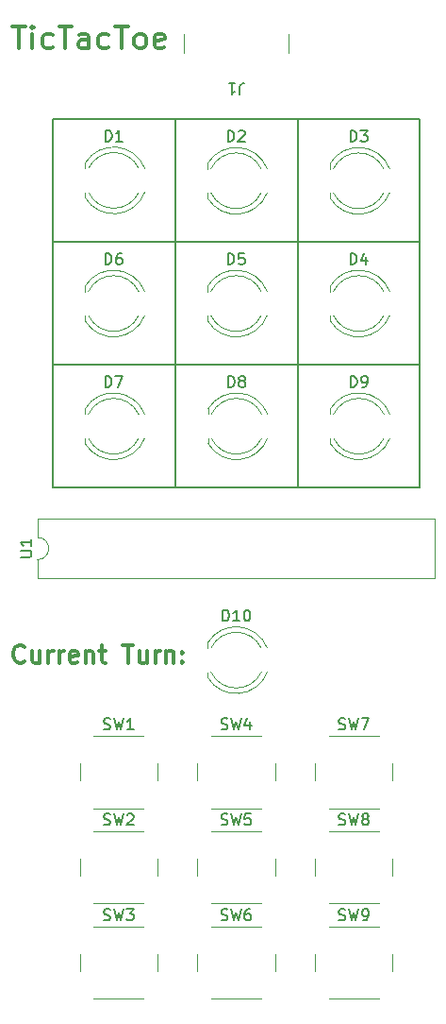
<source format=gbr>
%TF.GenerationSoftware,KiCad,Pcbnew,9.0.6*%
%TF.CreationDate,2025-12-09T19:02:22+01:00*%
%TF.ProjectId,tictactoe,74696374-6163-4746-9f65-2e6b69636164,rev?*%
%TF.SameCoordinates,Original*%
%TF.FileFunction,Legend,Top*%
%TF.FilePolarity,Positive*%
%FSLAX46Y46*%
G04 Gerber Fmt 4.6, Leading zero omitted, Abs format (unit mm)*
G04 Created by KiCad (PCBNEW 9.0.6) date 2025-12-09 19:02:22*
%MOMM*%
%LPD*%
G01*
G04 APERTURE LIST*
%ADD10C,0.300000*%
%ADD11C,0.200000*%
%ADD12C,0.150000*%
%ADD13C,0.120000*%
G04 APERTURE END LIST*
D10*
X129492606Y-92636209D02*
X129416415Y-92712400D01*
X129416415Y-92712400D02*
X129187844Y-92788590D01*
X129187844Y-92788590D02*
X129035463Y-92788590D01*
X129035463Y-92788590D02*
X128806891Y-92712400D01*
X128806891Y-92712400D02*
X128654510Y-92560019D01*
X128654510Y-92560019D02*
X128578320Y-92407638D01*
X128578320Y-92407638D02*
X128502129Y-92102876D01*
X128502129Y-92102876D02*
X128502129Y-91874304D01*
X128502129Y-91874304D02*
X128578320Y-91569542D01*
X128578320Y-91569542D02*
X128654510Y-91417161D01*
X128654510Y-91417161D02*
X128806891Y-91264780D01*
X128806891Y-91264780D02*
X129035463Y-91188590D01*
X129035463Y-91188590D02*
X129187844Y-91188590D01*
X129187844Y-91188590D02*
X129416415Y-91264780D01*
X129416415Y-91264780D02*
X129492606Y-91340971D01*
X130864034Y-91721923D02*
X130864034Y-92788590D01*
X130178320Y-91721923D02*
X130178320Y-92560019D01*
X130178320Y-92560019D02*
X130254510Y-92712400D01*
X130254510Y-92712400D02*
X130406891Y-92788590D01*
X130406891Y-92788590D02*
X130635463Y-92788590D01*
X130635463Y-92788590D02*
X130787844Y-92712400D01*
X130787844Y-92712400D02*
X130864034Y-92636209D01*
X131625939Y-92788590D02*
X131625939Y-91721923D01*
X131625939Y-92026685D02*
X131702129Y-91874304D01*
X131702129Y-91874304D02*
X131778320Y-91798114D01*
X131778320Y-91798114D02*
X131930701Y-91721923D01*
X131930701Y-91721923D02*
X132083082Y-91721923D01*
X132616415Y-92788590D02*
X132616415Y-91721923D01*
X132616415Y-92026685D02*
X132692605Y-91874304D01*
X132692605Y-91874304D02*
X132768796Y-91798114D01*
X132768796Y-91798114D02*
X132921177Y-91721923D01*
X132921177Y-91721923D02*
X133073558Y-91721923D01*
X134216415Y-92712400D02*
X134064034Y-92788590D01*
X134064034Y-92788590D02*
X133759272Y-92788590D01*
X133759272Y-92788590D02*
X133606891Y-92712400D01*
X133606891Y-92712400D02*
X133530700Y-92560019D01*
X133530700Y-92560019D02*
X133530700Y-91950495D01*
X133530700Y-91950495D02*
X133606891Y-91798114D01*
X133606891Y-91798114D02*
X133759272Y-91721923D01*
X133759272Y-91721923D02*
X134064034Y-91721923D01*
X134064034Y-91721923D02*
X134216415Y-91798114D01*
X134216415Y-91798114D02*
X134292605Y-91950495D01*
X134292605Y-91950495D02*
X134292605Y-92102876D01*
X134292605Y-92102876D02*
X133530700Y-92255257D01*
X134978320Y-91721923D02*
X134978320Y-92788590D01*
X134978320Y-91874304D02*
X135054510Y-91798114D01*
X135054510Y-91798114D02*
X135206891Y-91721923D01*
X135206891Y-91721923D02*
X135435463Y-91721923D01*
X135435463Y-91721923D02*
X135587844Y-91798114D01*
X135587844Y-91798114D02*
X135664034Y-91950495D01*
X135664034Y-91950495D02*
X135664034Y-92788590D01*
X136197367Y-91721923D02*
X136806891Y-91721923D01*
X136425939Y-91188590D02*
X136425939Y-92560019D01*
X136425939Y-92560019D02*
X136502129Y-92712400D01*
X136502129Y-92712400D02*
X136654510Y-92788590D01*
X136654510Y-92788590D02*
X136806891Y-92788590D01*
X138330701Y-91188590D02*
X139244987Y-91188590D01*
X138787844Y-92788590D02*
X138787844Y-91188590D01*
X140464035Y-91721923D02*
X140464035Y-92788590D01*
X139778321Y-91721923D02*
X139778321Y-92560019D01*
X139778321Y-92560019D02*
X139854511Y-92712400D01*
X139854511Y-92712400D02*
X140006892Y-92788590D01*
X140006892Y-92788590D02*
X140235464Y-92788590D01*
X140235464Y-92788590D02*
X140387845Y-92712400D01*
X140387845Y-92712400D02*
X140464035Y-92636209D01*
X141225940Y-92788590D02*
X141225940Y-91721923D01*
X141225940Y-92026685D02*
X141302130Y-91874304D01*
X141302130Y-91874304D02*
X141378321Y-91798114D01*
X141378321Y-91798114D02*
X141530702Y-91721923D01*
X141530702Y-91721923D02*
X141683083Y-91721923D01*
X142216416Y-91721923D02*
X142216416Y-92788590D01*
X142216416Y-91874304D02*
X142292606Y-91798114D01*
X142292606Y-91798114D02*
X142444987Y-91721923D01*
X142444987Y-91721923D02*
X142673559Y-91721923D01*
X142673559Y-91721923D02*
X142825940Y-91798114D01*
X142825940Y-91798114D02*
X142902130Y-91950495D01*
X142902130Y-91950495D02*
X142902130Y-92788590D01*
X143664035Y-92636209D02*
X143740225Y-92712400D01*
X143740225Y-92712400D02*
X143664035Y-92788590D01*
X143664035Y-92788590D02*
X143587844Y-92712400D01*
X143587844Y-92712400D02*
X143664035Y-92636209D01*
X143664035Y-92636209D02*
X143664035Y-92788590D01*
X143664035Y-91798114D02*
X143740225Y-91874304D01*
X143740225Y-91874304D02*
X143664035Y-91950495D01*
X143664035Y-91950495D02*
X143587844Y-91874304D01*
X143587844Y-91874304D02*
X143664035Y-91798114D01*
X143664035Y-91798114D02*
X143664035Y-91950495D01*
X128387844Y-35739638D02*
X129530701Y-35739638D01*
X128959272Y-37739638D02*
X128959272Y-35739638D01*
X130197368Y-37739638D02*
X130197368Y-36406304D01*
X130197368Y-35739638D02*
X130102130Y-35834876D01*
X130102130Y-35834876D02*
X130197368Y-35930114D01*
X130197368Y-35930114D02*
X130292606Y-35834876D01*
X130292606Y-35834876D02*
X130197368Y-35739638D01*
X130197368Y-35739638D02*
X130197368Y-35930114D01*
X132006892Y-37644400D02*
X131816416Y-37739638D01*
X131816416Y-37739638D02*
X131435463Y-37739638D01*
X131435463Y-37739638D02*
X131244987Y-37644400D01*
X131244987Y-37644400D02*
X131149749Y-37549161D01*
X131149749Y-37549161D02*
X131054511Y-37358685D01*
X131054511Y-37358685D02*
X131054511Y-36787257D01*
X131054511Y-36787257D02*
X131149749Y-36596780D01*
X131149749Y-36596780D02*
X131244987Y-36501542D01*
X131244987Y-36501542D02*
X131435463Y-36406304D01*
X131435463Y-36406304D02*
X131816416Y-36406304D01*
X131816416Y-36406304D02*
X132006892Y-36501542D01*
X132578321Y-35739638D02*
X133721178Y-35739638D01*
X133149749Y-37739638D02*
X133149749Y-35739638D01*
X135244988Y-37739638D02*
X135244988Y-36692019D01*
X135244988Y-36692019D02*
X135149750Y-36501542D01*
X135149750Y-36501542D02*
X134959274Y-36406304D01*
X134959274Y-36406304D02*
X134578321Y-36406304D01*
X134578321Y-36406304D02*
X134387845Y-36501542D01*
X135244988Y-37644400D02*
X135054512Y-37739638D01*
X135054512Y-37739638D02*
X134578321Y-37739638D01*
X134578321Y-37739638D02*
X134387845Y-37644400D01*
X134387845Y-37644400D02*
X134292607Y-37453923D01*
X134292607Y-37453923D02*
X134292607Y-37263447D01*
X134292607Y-37263447D02*
X134387845Y-37072971D01*
X134387845Y-37072971D02*
X134578321Y-36977733D01*
X134578321Y-36977733D02*
X135054512Y-36977733D01*
X135054512Y-36977733D02*
X135244988Y-36882495D01*
X137054512Y-37644400D02*
X136864036Y-37739638D01*
X136864036Y-37739638D02*
X136483083Y-37739638D01*
X136483083Y-37739638D02*
X136292607Y-37644400D01*
X136292607Y-37644400D02*
X136197369Y-37549161D01*
X136197369Y-37549161D02*
X136102131Y-37358685D01*
X136102131Y-37358685D02*
X136102131Y-36787257D01*
X136102131Y-36787257D02*
X136197369Y-36596780D01*
X136197369Y-36596780D02*
X136292607Y-36501542D01*
X136292607Y-36501542D02*
X136483083Y-36406304D01*
X136483083Y-36406304D02*
X136864036Y-36406304D01*
X136864036Y-36406304D02*
X137054512Y-36501542D01*
X137625941Y-35739638D02*
X138768798Y-35739638D01*
X138197369Y-37739638D02*
X138197369Y-35739638D01*
X139721179Y-37739638D02*
X139530703Y-37644400D01*
X139530703Y-37644400D02*
X139435465Y-37549161D01*
X139435465Y-37549161D02*
X139340227Y-37358685D01*
X139340227Y-37358685D02*
X139340227Y-36787257D01*
X139340227Y-36787257D02*
X139435465Y-36596780D01*
X139435465Y-36596780D02*
X139530703Y-36501542D01*
X139530703Y-36501542D02*
X139721179Y-36406304D01*
X139721179Y-36406304D02*
X140006894Y-36406304D01*
X140006894Y-36406304D02*
X140197370Y-36501542D01*
X140197370Y-36501542D02*
X140292608Y-36596780D01*
X140292608Y-36596780D02*
X140387846Y-36787257D01*
X140387846Y-36787257D02*
X140387846Y-37358685D01*
X140387846Y-37358685D02*
X140292608Y-37549161D01*
X140292608Y-37549161D02*
X140197370Y-37644400D01*
X140197370Y-37644400D02*
X140006894Y-37739638D01*
X140006894Y-37739638D02*
X139721179Y-37739638D01*
X142006894Y-37644400D02*
X141816418Y-37739638D01*
X141816418Y-37739638D02*
X141435465Y-37739638D01*
X141435465Y-37739638D02*
X141244989Y-37644400D01*
X141244989Y-37644400D02*
X141149751Y-37453923D01*
X141149751Y-37453923D02*
X141149751Y-36692019D01*
X141149751Y-36692019D02*
X141244989Y-36501542D01*
X141244989Y-36501542D02*
X141435465Y-36406304D01*
X141435465Y-36406304D02*
X141816418Y-36406304D01*
X141816418Y-36406304D02*
X142006894Y-36501542D01*
X142006894Y-36501542D02*
X142102132Y-36692019D01*
X142102132Y-36692019D02*
X142102132Y-36882495D01*
X142102132Y-36882495D02*
X141149751Y-37072971D01*
D11*
X165000000Y-66065000D02*
X132000000Y-66065000D01*
X143000000Y-44065000D02*
X143000000Y-77065000D01*
X132000000Y-44065000D02*
X165000000Y-44065000D01*
X165000000Y-77065000D01*
X132000000Y-77065000D01*
X132000000Y-44065000D01*
X132000000Y-55065000D02*
X165000000Y-55065000D01*
X154000000Y-77065000D02*
X154000000Y-44065000D01*
D12*
X136741905Y-68079819D02*
X136741905Y-67079819D01*
X136741905Y-67079819D02*
X136980000Y-67079819D01*
X136980000Y-67079819D02*
X137122857Y-67127438D01*
X137122857Y-67127438D02*
X137218095Y-67222676D01*
X137218095Y-67222676D02*
X137265714Y-67317914D01*
X137265714Y-67317914D02*
X137313333Y-67508390D01*
X137313333Y-67508390D02*
X137313333Y-67651247D01*
X137313333Y-67651247D02*
X137265714Y-67841723D01*
X137265714Y-67841723D02*
X137218095Y-67936961D01*
X137218095Y-67936961D02*
X137122857Y-68032200D01*
X137122857Y-68032200D02*
X136980000Y-68079819D01*
X136980000Y-68079819D02*
X136741905Y-68079819D01*
X137646667Y-67079819D02*
X138313333Y-67079819D01*
X138313333Y-67079819D02*
X137884762Y-68079819D01*
X147781905Y-68079819D02*
X147781905Y-67079819D01*
X147781905Y-67079819D02*
X148020000Y-67079819D01*
X148020000Y-67079819D02*
X148162857Y-67127438D01*
X148162857Y-67127438D02*
X148258095Y-67222676D01*
X148258095Y-67222676D02*
X148305714Y-67317914D01*
X148305714Y-67317914D02*
X148353333Y-67508390D01*
X148353333Y-67508390D02*
X148353333Y-67651247D01*
X148353333Y-67651247D02*
X148305714Y-67841723D01*
X148305714Y-67841723D02*
X148258095Y-67936961D01*
X148258095Y-67936961D02*
X148162857Y-68032200D01*
X148162857Y-68032200D02*
X148020000Y-68079819D01*
X148020000Y-68079819D02*
X147781905Y-68079819D01*
X148924762Y-67508390D02*
X148829524Y-67460771D01*
X148829524Y-67460771D02*
X148781905Y-67413152D01*
X148781905Y-67413152D02*
X148734286Y-67317914D01*
X148734286Y-67317914D02*
X148734286Y-67270295D01*
X148734286Y-67270295D02*
X148781905Y-67175057D01*
X148781905Y-67175057D02*
X148829524Y-67127438D01*
X148829524Y-67127438D02*
X148924762Y-67079819D01*
X148924762Y-67079819D02*
X149115238Y-67079819D01*
X149115238Y-67079819D02*
X149210476Y-67127438D01*
X149210476Y-67127438D02*
X149258095Y-67175057D01*
X149258095Y-67175057D02*
X149305714Y-67270295D01*
X149305714Y-67270295D02*
X149305714Y-67317914D01*
X149305714Y-67317914D02*
X149258095Y-67413152D01*
X149258095Y-67413152D02*
X149210476Y-67460771D01*
X149210476Y-67460771D02*
X149115238Y-67508390D01*
X149115238Y-67508390D02*
X148924762Y-67508390D01*
X148924762Y-67508390D02*
X148829524Y-67556009D01*
X148829524Y-67556009D02*
X148781905Y-67603628D01*
X148781905Y-67603628D02*
X148734286Y-67698866D01*
X148734286Y-67698866D02*
X148734286Y-67889342D01*
X148734286Y-67889342D02*
X148781905Y-67984580D01*
X148781905Y-67984580D02*
X148829524Y-68032200D01*
X148829524Y-68032200D02*
X148924762Y-68079819D01*
X148924762Y-68079819D02*
X149115238Y-68079819D01*
X149115238Y-68079819D02*
X149210476Y-68032200D01*
X149210476Y-68032200D02*
X149258095Y-67984580D01*
X149258095Y-67984580D02*
X149305714Y-67889342D01*
X149305714Y-67889342D02*
X149305714Y-67698866D01*
X149305714Y-67698866D02*
X149258095Y-67603628D01*
X149258095Y-67603628D02*
X149210476Y-67556009D01*
X149210476Y-67556009D02*
X149115238Y-67508390D01*
X158761905Y-68079819D02*
X158761905Y-67079819D01*
X158761905Y-67079819D02*
X159000000Y-67079819D01*
X159000000Y-67079819D02*
X159142857Y-67127438D01*
X159142857Y-67127438D02*
X159238095Y-67222676D01*
X159238095Y-67222676D02*
X159285714Y-67317914D01*
X159285714Y-67317914D02*
X159333333Y-67508390D01*
X159333333Y-67508390D02*
X159333333Y-67651247D01*
X159333333Y-67651247D02*
X159285714Y-67841723D01*
X159285714Y-67841723D02*
X159238095Y-67936961D01*
X159238095Y-67936961D02*
X159142857Y-68032200D01*
X159142857Y-68032200D02*
X159000000Y-68079819D01*
X159000000Y-68079819D02*
X158761905Y-68079819D01*
X159809524Y-68079819D02*
X160000000Y-68079819D01*
X160000000Y-68079819D02*
X160095238Y-68032200D01*
X160095238Y-68032200D02*
X160142857Y-67984580D01*
X160142857Y-67984580D02*
X160238095Y-67841723D01*
X160238095Y-67841723D02*
X160285714Y-67651247D01*
X160285714Y-67651247D02*
X160285714Y-67270295D01*
X160285714Y-67270295D02*
X160238095Y-67175057D01*
X160238095Y-67175057D02*
X160190476Y-67127438D01*
X160190476Y-67127438D02*
X160095238Y-67079819D01*
X160095238Y-67079819D02*
X159904762Y-67079819D01*
X159904762Y-67079819D02*
X159809524Y-67127438D01*
X159809524Y-67127438D02*
X159761905Y-67175057D01*
X159761905Y-67175057D02*
X159714286Y-67270295D01*
X159714286Y-67270295D02*
X159714286Y-67508390D01*
X159714286Y-67508390D02*
X159761905Y-67603628D01*
X159761905Y-67603628D02*
X159809524Y-67651247D01*
X159809524Y-67651247D02*
X159904762Y-67698866D01*
X159904762Y-67698866D02*
X160095238Y-67698866D01*
X160095238Y-67698866D02*
X160190476Y-67651247D01*
X160190476Y-67651247D02*
X160238095Y-67603628D01*
X160238095Y-67603628D02*
X160285714Y-67508390D01*
X158746905Y-57079819D02*
X158746905Y-56079819D01*
X158746905Y-56079819D02*
X158985000Y-56079819D01*
X158985000Y-56079819D02*
X159127857Y-56127438D01*
X159127857Y-56127438D02*
X159223095Y-56222676D01*
X159223095Y-56222676D02*
X159270714Y-56317914D01*
X159270714Y-56317914D02*
X159318333Y-56508390D01*
X159318333Y-56508390D02*
X159318333Y-56651247D01*
X159318333Y-56651247D02*
X159270714Y-56841723D01*
X159270714Y-56841723D02*
X159223095Y-56936961D01*
X159223095Y-56936961D02*
X159127857Y-57032200D01*
X159127857Y-57032200D02*
X158985000Y-57079819D01*
X158985000Y-57079819D02*
X158746905Y-57079819D01*
X160175476Y-56413152D02*
X160175476Y-57079819D01*
X159937381Y-56032200D02*
X159699286Y-56746485D01*
X159699286Y-56746485D02*
X160318333Y-56746485D01*
X147741905Y-46079819D02*
X147741905Y-45079819D01*
X147741905Y-45079819D02*
X147980000Y-45079819D01*
X147980000Y-45079819D02*
X148122857Y-45127438D01*
X148122857Y-45127438D02*
X148218095Y-45222676D01*
X148218095Y-45222676D02*
X148265714Y-45317914D01*
X148265714Y-45317914D02*
X148313333Y-45508390D01*
X148313333Y-45508390D02*
X148313333Y-45651247D01*
X148313333Y-45651247D02*
X148265714Y-45841723D01*
X148265714Y-45841723D02*
X148218095Y-45936961D01*
X148218095Y-45936961D02*
X148122857Y-46032200D01*
X148122857Y-46032200D02*
X147980000Y-46079819D01*
X147980000Y-46079819D02*
X147741905Y-46079819D01*
X148694286Y-45175057D02*
X148741905Y-45127438D01*
X148741905Y-45127438D02*
X148837143Y-45079819D01*
X148837143Y-45079819D02*
X149075238Y-45079819D01*
X149075238Y-45079819D02*
X149170476Y-45127438D01*
X149170476Y-45127438D02*
X149218095Y-45175057D01*
X149218095Y-45175057D02*
X149265714Y-45270295D01*
X149265714Y-45270295D02*
X149265714Y-45365533D01*
X149265714Y-45365533D02*
X149218095Y-45508390D01*
X149218095Y-45508390D02*
X148646667Y-46079819D01*
X148646667Y-46079819D02*
X149265714Y-46079819D01*
X147741905Y-57079819D02*
X147741905Y-56079819D01*
X147741905Y-56079819D02*
X147980000Y-56079819D01*
X147980000Y-56079819D02*
X148122857Y-56127438D01*
X148122857Y-56127438D02*
X148218095Y-56222676D01*
X148218095Y-56222676D02*
X148265714Y-56317914D01*
X148265714Y-56317914D02*
X148313333Y-56508390D01*
X148313333Y-56508390D02*
X148313333Y-56651247D01*
X148313333Y-56651247D02*
X148265714Y-56841723D01*
X148265714Y-56841723D02*
X148218095Y-56936961D01*
X148218095Y-56936961D02*
X148122857Y-57032200D01*
X148122857Y-57032200D02*
X147980000Y-57079819D01*
X147980000Y-57079819D02*
X147741905Y-57079819D01*
X149218095Y-56079819D02*
X148741905Y-56079819D01*
X148741905Y-56079819D02*
X148694286Y-56556009D01*
X148694286Y-56556009D02*
X148741905Y-56508390D01*
X148741905Y-56508390D02*
X148837143Y-56460771D01*
X148837143Y-56460771D02*
X149075238Y-56460771D01*
X149075238Y-56460771D02*
X149170476Y-56508390D01*
X149170476Y-56508390D02*
X149218095Y-56556009D01*
X149218095Y-56556009D02*
X149265714Y-56651247D01*
X149265714Y-56651247D02*
X149265714Y-56889342D01*
X149265714Y-56889342D02*
X149218095Y-56984580D01*
X149218095Y-56984580D02*
X149170476Y-57032200D01*
X149170476Y-57032200D02*
X149075238Y-57079819D01*
X149075238Y-57079819D02*
X148837143Y-57079819D01*
X148837143Y-57079819D02*
X148741905Y-57032200D01*
X148741905Y-57032200D02*
X148694286Y-56984580D01*
X158741905Y-46079819D02*
X158741905Y-45079819D01*
X158741905Y-45079819D02*
X158980000Y-45079819D01*
X158980000Y-45079819D02*
X159122857Y-45127438D01*
X159122857Y-45127438D02*
X159218095Y-45222676D01*
X159218095Y-45222676D02*
X159265714Y-45317914D01*
X159265714Y-45317914D02*
X159313333Y-45508390D01*
X159313333Y-45508390D02*
X159313333Y-45651247D01*
X159313333Y-45651247D02*
X159265714Y-45841723D01*
X159265714Y-45841723D02*
X159218095Y-45936961D01*
X159218095Y-45936961D02*
X159122857Y-46032200D01*
X159122857Y-46032200D02*
X158980000Y-46079819D01*
X158980000Y-46079819D02*
X158741905Y-46079819D01*
X159646667Y-45079819D02*
X160265714Y-45079819D01*
X160265714Y-45079819D02*
X159932381Y-45460771D01*
X159932381Y-45460771D02*
X160075238Y-45460771D01*
X160075238Y-45460771D02*
X160170476Y-45508390D01*
X160170476Y-45508390D02*
X160218095Y-45556009D01*
X160218095Y-45556009D02*
X160265714Y-45651247D01*
X160265714Y-45651247D02*
X160265714Y-45889342D01*
X160265714Y-45889342D02*
X160218095Y-45984580D01*
X160218095Y-45984580D02*
X160170476Y-46032200D01*
X160170476Y-46032200D02*
X160075238Y-46079819D01*
X160075238Y-46079819D02*
X159789524Y-46079819D01*
X159789524Y-46079819D02*
X159694286Y-46032200D01*
X159694286Y-46032200D02*
X159646667Y-45984580D01*
X136741905Y-57079819D02*
X136741905Y-56079819D01*
X136741905Y-56079819D02*
X136980000Y-56079819D01*
X136980000Y-56079819D02*
X137122857Y-56127438D01*
X137122857Y-56127438D02*
X137218095Y-56222676D01*
X137218095Y-56222676D02*
X137265714Y-56317914D01*
X137265714Y-56317914D02*
X137313333Y-56508390D01*
X137313333Y-56508390D02*
X137313333Y-56651247D01*
X137313333Y-56651247D02*
X137265714Y-56841723D01*
X137265714Y-56841723D02*
X137218095Y-56936961D01*
X137218095Y-56936961D02*
X137122857Y-57032200D01*
X137122857Y-57032200D02*
X136980000Y-57079819D01*
X136980000Y-57079819D02*
X136741905Y-57079819D01*
X138170476Y-56079819D02*
X137980000Y-56079819D01*
X137980000Y-56079819D02*
X137884762Y-56127438D01*
X137884762Y-56127438D02*
X137837143Y-56175057D01*
X137837143Y-56175057D02*
X137741905Y-56317914D01*
X137741905Y-56317914D02*
X137694286Y-56508390D01*
X137694286Y-56508390D02*
X137694286Y-56889342D01*
X137694286Y-56889342D02*
X137741905Y-56984580D01*
X137741905Y-56984580D02*
X137789524Y-57032200D01*
X137789524Y-57032200D02*
X137884762Y-57079819D01*
X137884762Y-57079819D02*
X138075238Y-57079819D01*
X138075238Y-57079819D02*
X138170476Y-57032200D01*
X138170476Y-57032200D02*
X138218095Y-56984580D01*
X138218095Y-56984580D02*
X138265714Y-56889342D01*
X138265714Y-56889342D02*
X138265714Y-56651247D01*
X138265714Y-56651247D02*
X138218095Y-56556009D01*
X138218095Y-56556009D02*
X138170476Y-56508390D01*
X138170476Y-56508390D02*
X138075238Y-56460771D01*
X138075238Y-56460771D02*
X137884762Y-56460771D01*
X137884762Y-56460771D02*
X137789524Y-56508390D01*
X137789524Y-56508390D02*
X137741905Y-56556009D01*
X137741905Y-56556009D02*
X137694286Y-56651247D01*
X148823333Y-41845180D02*
X148823333Y-41130895D01*
X148823333Y-41130895D02*
X148870952Y-40988038D01*
X148870952Y-40988038D02*
X148966190Y-40892800D01*
X148966190Y-40892800D02*
X149109047Y-40845180D01*
X149109047Y-40845180D02*
X149204285Y-40845180D01*
X147823333Y-40845180D02*
X148394761Y-40845180D01*
X148109047Y-40845180D02*
X148109047Y-41845180D01*
X148109047Y-41845180D02*
X148204285Y-41702323D01*
X148204285Y-41702323D02*
X148299523Y-41607085D01*
X148299523Y-41607085D02*
X148394761Y-41559466D01*
X136751905Y-46044819D02*
X136751905Y-45044819D01*
X136751905Y-45044819D02*
X136990000Y-45044819D01*
X136990000Y-45044819D02*
X137132857Y-45092438D01*
X137132857Y-45092438D02*
X137228095Y-45187676D01*
X137228095Y-45187676D02*
X137275714Y-45282914D01*
X137275714Y-45282914D02*
X137323333Y-45473390D01*
X137323333Y-45473390D02*
X137323333Y-45616247D01*
X137323333Y-45616247D02*
X137275714Y-45806723D01*
X137275714Y-45806723D02*
X137228095Y-45901961D01*
X137228095Y-45901961D02*
X137132857Y-45997200D01*
X137132857Y-45997200D02*
X136990000Y-46044819D01*
X136990000Y-46044819D02*
X136751905Y-46044819D01*
X138275714Y-46044819D02*
X137704286Y-46044819D01*
X137990000Y-46044819D02*
X137990000Y-45044819D01*
X137990000Y-45044819D02*
X137894762Y-45187676D01*
X137894762Y-45187676D02*
X137799524Y-45282914D01*
X137799524Y-45282914D02*
X137704286Y-45330533D01*
X129104819Y-83306904D02*
X129914342Y-83306904D01*
X129914342Y-83306904D02*
X130009580Y-83259285D01*
X130009580Y-83259285D02*
X130057200Y-83211666D01*
X130057200Y-83211666D02*
X130104819Y-83116428D01*
X130104819Y-83116428D02*
X130104819Y-82925952D01*
X130104819Y-82925952D02*
X130057200Y-82830714D01*
X130057200Y-82830714D02*
X130009580Y-82783095D01*
X130009580Y-82783095D02*
X129914342Y-82735476D01*
X129914342Y-82735476D02*
X129104819Y-82735476D01*
X130104819Y-81735476D02*
X130104819Y-82306904D01*
X130104819Y-82021190D02*
X129104819Y-82021190D01*
X129104819Y-82021190D02*
X129247676Y-82116428D01*
X129247676Y-82116428D02*
X129342914Y-82211666D01*
X129342914Y-82211666D02*
X129390533Y-82306904D01*
X157706667Y-115822764D02*
X157849524Y-115870383D01*
X157849524Y-115870383D02*
X158087619Y-115870383D01*
X158087619Y-115870383D02*
X158182857Y-115822764D01*
X158182857Y-115822764D02*
X158230476Y-115775144D01*
X158230476Y-115775144D02*
X158278095Y-115679906D01*
X158278095Y-115679906D02*
X158278095Y-115584668D01*
X158278095Y-115584668D02*
X158230476Y-115489430D01*
X158230476Y-115489430D02*
X158182857Y-115441811D01*
X158182857Y-115441811D02*
X158087619Y-115394192D01*
X158087619Y-115394192D02*
X157897143Y-115346573D01*
X157897143Y-115346573D02*
X157801905Y-115298954D01*
X157801905Y-115298954D02*
X157754286Y-115251335D01*
X157754286Y-115251335D02*
X157706667Y-115156097D01*
X157706667Y-115156097D02*
X157706667Y-115060859D01*
X157706667Y-115060859D02*
X157754286Y-114965621D01*
X157754286Y-114965621D02*
X157801905Y-114918002D01*
X157801905Y-114918002D02*
X157897143Y-114870383D01*
X157897143Y-114870383D02*
X158135238Y-114870383D01*
X158135238Y-114870383D02*
X158278095Y-114918002D01*
X158611429Y-114870383D02*
X158849524Y-115870383D01*
X158849524Y-115870383D02*
X159040000Y-115156097D01*
X159040000Y-115156097D02*
X159230476Y-115870383D01*
X159230476Y-115870383D02*
X159468572Y-114870383D01*
X159897143Y-115870383D02*
X160087619Y-115870383D01*
X160087619Y-115870383D02*
X160182857Y-115822764D01*
X160182857Y-115822764D02*
X160230476Y-115775144D01*
X160230476Y-115775144D02*
X160325714Y-115632287D01*
X160325714Y-115632287D02*
X160373333Y-115441811D01*
X160373333Y-115441811D02*
X160373333Y-115060859D01*
X160373333Y-115060859D02*
X160325714Y-114965621D01*
X160325714Y-114965621D02*
X160278095Y-114918002D01*
X160278095Y-114918002D02*
X160182857Y-114870383D01*
X160182857Y-114870383D02*
X159992381Y-114870383D01*
X159992381Y-114870383D02*
X159897143Y-114918002D01*
X159897143Y-114918002D02*
X159849524Y-114965621D01*
X159849524Y-114965621D02*
X159801905Y-115060859D01*
X159801905Y-115060859D02*
X159801905Y-115298954D01*
X159801905Y-115298954D02*
X159849524Y-115394192D01*
X159849524Y-115394192D02*
X159897143Y-115441811D01*
X159897143Y-115441811D02*
X159992381Y-115489430D01*
X159992381Y-115489430D02*
X160182857Y-115489430D01*
X160182857Y-115489430D02*
X160278095Y-115441811D01*
X160278095Y-115441811D02*
X160325714Y-115394192D01*
X160325714Y-115394192D02*
X160373333Y-115298954D01*
X157706667Y-107272764D02*
X157849524Y-107320383D01*
X157849524Y-107320383D02*
X158087619Y-107320383D01*
X158087619Y-107320383D02*
X158182857Y-107272764D01*
X158182857Y-107272764D02*
X158230476Y-107225144D01*
X158230476Y-107225144D02*
X158278095Y-107129906D01*
X158278095Y-107129906D02*
X158278095Y-107034668D01*
X158278095Y-107034668D02*
X158230476Y-106939430D01*
X158230476Y-106939430D02*
X158182857Y-106891811D01*
X158182857Y-106891811D02*
X158087619Y-106844192D01*
X158087619Y-106844192D02*
X157897143Y-106796573D01*
X157897143Y-106796573D02*
X157801905Y-106748954D01*
X157801905Y-106748954D02*
X157754286Y-106701335D01*
X157754286Y-106701335D02*
X157706667Y-106606097D01*
X157706667Y-106606097D02*
X157706667Y-106510859D01*
X157706667Y-106510859D02*
X157754286Y-106415621D01*
X157754286Y-106415621D02*
X157801905Y-106368002D01*
X157801905Y-106368002D02*
X157897143Y-106320383D01*
X157897143Y-106320383D02*
X158135238Y-106320383D01*
X158135238Y-106320383D02*
X158278095Y-106368002D01*
X158611429Y-106320383D02*
X158849524Y-107320383D01*
X158849524Y-107320383D02*
X159040000Y-106606097D01*
X159040000Y-106606097D02*
X159230476Y-107320383D01*
X159230476Y-107320383D02*
X159468572Y-106320383D01*
X159992381Y-106748954D02*
X159897143Y-106701335D01*
X159897143Y-106701335D02*
X159849524Y-106653716D01*
X159849524Y-106653716D02*
X159801905Y-106558478D01*
X159801905Y-106558478D02*
X159801905Y-106510859D01*
X159801905Y-106510859D02*
X159849524Y-106415621D01*
X159849524Y-106415621D02*
X159897143Y-106368002D01*
X159897143Y-106368002D02*
X159992381Y-106320383D01*
X159992381Y-106320383D02*
X160182857Y-106320383D01*
X160182857Y-106320383D02*
X160278095Y-106368002D01*
X160278095Y-106368002D02*
X160325714Y-106415621D01*
X160325714Y-106415621D02*
X160373333Y-106510859D01*
X160373333Y-106510859D02*
X160373333Y-106558478D01*
X160373333Y-106558478D02*
X160325714Y-106653716D01*
X160325714Y-106653716D02*
X160278095Y-106701335D01*
X160278095Y-106701335D02*
X160182857Y-106748954D01*
X160182857Y-106748954D02*
X159992381Y-106748954D01*
X159992381Y-106748954D02*
X159897143Y-106796573D01*
X159897143Y-106796573D02*
X159849524Y-106844192D01*
X159849524Y-106844192D02*
X159801905Y-106939430D01*
X159801905Y-106939430D02*
X159801905Y-107129906D01*
X159801905Y-107129906D02*
X159849524Y-107225144D01*
X159849524Y-107225144D02*
X159897143Y-107272764D01*
X159897143Y-107272764D02*
X159992381Y-107320383D01*
X159992381Y-107320383D02*
X160182857Y-107320383D01*
X160182857Y-107320383D02*
X160278095Y-107272764D01*
X160278095Y-107272764D02*
X160325714Y-107225144D01*
X160325714Y-107225144D02*
X160373333Y-107129906D01*
X160373333Y-107129906D02*
X160373333Y-106939430D01*
X160373333Y-106939430D02*
X160325714Y-106844192D01*
X160325714Y-106844192D02*
X160278095Y-106796573D01*
X160278095Y-106796573D02*
X160182857Y-106748954D01*
X157706667Y-98722764D02*
X157849524Y-98770383D01*
X157849524Y-98770383D02*
X158087619Y-98770383D01*
X158087619Y-98770383D02*
X158182857Y-98722764D01*
X158182857Y-98722764D02*
X158230476Y-98675144D01*
X158230476Y-98675144D02*
X158278095Y-98579906D01*
X158278095Y-98579906D02*
X158278095Y-98484668D01*
X158278095Y-98484668D02*
X158230476Y-98389430D01*
X158230476Y-98389430D02*
X158182857Y-98341811D01*
X158182857Y-98341811D02*
X158087619Y-98294192D01*
X158087619Y-98294192D02*
X157897143Y-98246573D01*
X157897143Y-98246573D02*
X157801905Y-98198954D01*
X157801905Y-98198954D02*
X157754286Y-98151335D01*
X157754286Y-98151335D02*
X157706667Y-98056097D01*
X157706667Y-98056097D02*
X157706667Y-97960859D01*
X157706667Y-97960859D02*
X157754286Y-97865621D01*
X157754286Y-97865621D02*
X157801905Y-97818002D01*
X157801905Y-97818002D02*
X157897143Y-97770383D01*
X157897143Y-97770383D02*
X158135238Y-97770383D01*
X158135238Y-97770383D02*
X158278095Y-97818002D01*
X158611429Y-97770383D02*
X158849524Y-98770383D01*
X158849524Y-98770383D02*
X159040000Y-98056097D01*
X159040000Y-98056097D02*
X159230476Y-98770383D01*
X159230476Y-98770383D02*
X159468572Y-97770383D01*
X159754286Y-97770383D02*
X160420952Y-97770383D01*
X160420952Y-97770383D02*
X159992381Y-98770383D01*
X147156667Y-115822764D02*
X147299524Y-115870383D01*
X147299524Y-115870383D02*
X147537619Y-115870383D01*
X147537619Y-115870383D02*
X147632857Y-115822764D01*
X147632857Y-115822764D02*
X147680476Y-115775144D01*
X147680476Y-115775144D02*
X147728095Y-115679906D01*
X147728095Y-115679906D02*
X147728095Y-115584668D01*
X147728095Y-115584668D02*
X147680476Y-115489430D01*
X147680476Y-115489430D02*
X147632857Y-115441811D01*
X147632857Y-115441811D02*
X147537619Y-115394192D01*
X147537619Y-115394192D02*
X147347143Y-115346573D01*
X147347143Y-115346573D02*
X147251905Y-115298954D01*
X147251905Y-115298954D02*
X147204286Y-115251335D01*
X147204286Y-115251335D02*
X147156667Y-115156097D01*
X147156667Y-115156097D02*
X147156667Y-115060859D01*
X147156667Y-115060859D02*
X147204286Y-114965621D01*
X147204286Y-114965621D02*
X147251905Y-114918002D01*
X147251905Y-114918002D02*
X147347143Y-114870383D01*
X147347143Y-114870383D02*
X147585238Y-114870383D01*
X147585238Y-114870383D02*
X147728095Y-114918002D01*
X148061429Y-114870383D02*
X148299524Y-115870383D01*
X148299524Y-115870383D02*
X148490000Y-115156097D01*
X148490000Y-115156097D02*
X148680476Y-115870383D01*
X148680476Y-115870383D02*
X148918572Y-114870383D01*
X149728095Y-114870383D02*
X149537619Y-114870383D01*
X149537619Y-114870383D02*
X149442381Y-114918002D01*
X149442381Y-114918002D02*
X149394762Y-114965621D01*
X149394762Y-114965621D02*
X149299524Y-115108478D01*
X149299524Y-115108478D02*
X149251905Y-115298954D01*
X149251905Y-115298954D02*
X149251905Y-115679906D01*
X149251905Y-115679906D02*
X149299524Y-115775144D01*
X149299524Y-115775144D02*
X149347143Y-115822764D01*
X149347143Y-115822764D02*
X149442381Y-115870383D01*
X149442381Y-115870383D02*
X149632857Y-115870383D01*
X149632857Y-115870383D02*
X149728095Y-115822764D01*
X149728095Y-115822764D02*
X149775714Y-115775144D01*
X149775714Y-115775144D02*
X149823333Y-115679906D01*
X149823333Y-115679906D02*
X149823333Y-115441811D01*
X149823333Y-115441811D02*
X149775714Y-115346573D01*
X149775714Y-115346573D02*
X149728095Y-115298954D01*
X149728095Y-115298954D02*
X149632857Y-115251335D01*
X149632857Y-115251335D02*
X149442381Y-115251335D01*
X149442381Y-115251335D02*
X149347143Y-115298954D01*
X149347143Y-115298954D02*
X149299524Y-115346573D01*
X149299524Y-115346573D02*
X149251905Y-115441811D01*
X147156667Y-107272764D02*
X147299524Y-107320383D01*
X147299524Y-107320383D02*
X147537619Y-107320383D01*
X147537619Y-107320383D02*
X147632857Y-107272764D01*
X147632857Y-107272764D02*
X147680476Y-107225144D01*
X147680476Y-107225144D02*
X147728095Y-107129906D01*
X147728095Y-107129906D02*
X147728095Y-107034668D01*
X147728095Y-107034668D02*
X147680476Y-106939430D01*
X147680476Y-106939430D02*
X147632857Y-106891811D01*
X147632857Y-106891811D02*
X147537619Y-106844192D01*
X147537619Y-106844192D02*
X147347143Y-106796573D01*
X147347143Y-106796573D02*
X147251905Y-106748954D01*
X147251905Y-106748954D02*
X147204286Y-106701335D01*
X147204286Y-106701335D02*
X147156667Y-106606097D01*
X147156667Y-106606097D02*
X147156667Y-106510859D01*
X147156667Y-106510859D02*
X147204286Y-106415621D01*
X147204286Y-106415621D02*
X147251905Y-106368002D01*
X147251905Y-106368002D02*
X147347143Y-106320383D01*
X147347143Y-106320383D02*
X147585238Y-106320383D01*
X147585238Y-106320383D02*
X147728095Y-106368002D01*
X148061429Y-106320383D02*
X148299524Y-107320383D01*
X148299524Y-107320383D02*
X148490000Y-106606097D01*
X148490000Y-106606097D02*
X148680476Y-107320383D01*
X148680476Y-107320383D02*
X148918572Y-106320383D01*
X149775714Y-106320383D02*
X149299524Y-106320383D01*
X149299524Y-106320383D02*
X149251905Y-106796573D01*
X149251905Y-106796573D02*
X149299524Y-106748954D01*
X149299524Y-106748954D02*
X149394762Y-106701335D01*
X149394762Y-106701335D02*
X149632857Y-106701335D01*
X149632857Y-106701335D02*
X149728095Y-106748954D01*
X149728095Y-106748954D02*
X149775714Y-106796573D01*
X149775714Y-106796573D02*
X149823333Y-106891811D01*
X149823333Y-106891811D02*
X149823333Y-107129906D01*
X149823333Y-107129906D02*
X149775714Y-107225144D01*
X149775714Y-107225144D02*
X149728095Y-107272764D01*
X149728095Y-107272764D02*
X149632857Y-107320383D01*
X149632857Y-107320383D02*
X149394762Y-107320383D01*
X149394762Y-107320383D02*
X149299524Y-107272764D01*
X149299524Y-107272764D02*
X149251905Y-107225144D01*
X147156667Y-98722764D02*
X147299524Y-98770383D01*
X147299524Y-98770383D02*
X147537619Y-98770383D01*
X147537619Y-98770383D02*
X147632857Y-98722764D01*
X147632857Y-98722764D02*
X147680476Y-98675144D01*
X147680476Y-98675144D02*
X147728095Y-98579906D01*
X147728095Y-98579906D02*
X147728095Y-98484668D01*
X147728095Y-98484668D02*
X147680476Y-98389430D01*
X147680476Y-98389430D02*
X147632857Y-98341811D01*
X147632857Y-98341811D02*
X147537619Y-98294192D01*
X147537619Y-98294192D02*
X147347143Y-98246573D01*
X147347143Y-98246573D02*
X147251905Y-98198954D01*
X147251905Y-98198954D02*
X147204286Y-98151335D01*
X147204286Y-98151335D02*
X147156667Y-98056097D01*
X147156667Y-98056097D02*
X147156667Y-97960859D01*
X147156667Y-97960859D02*
X147204286Y-97865621D01*
X147204286Y-97865621D02*
X147251905Y-97818002D01*
X147251905Y-97818002D02*
X147347143Y-97770383D01*
X147347143Y-97770383D02*
X147585238Y-97770383D01*
X147585238Y-97770383D02*
X147728095Y-97818002D01*
X148061429Y-97770383D02*
X148299524Y-98770383D01*
X148299524Y-98770383D02*
X148490000Y-98056097D01*
X148490000Y-98056097D02*
X148680476Y-98770383D01*
X148680476Y-98770383D02*
X148918572Y-97770383D01*
X149728095Y-98103716D02*
X149728095Y-98770383D01*
X149490000Y-97722764D02*
X149251905Y-98437049D01*
X149251905Y-98437049D02*
X149870952Y-98437049D01*
X136606667Y-115822764D02*
X136749524Y-115870383D01*
X136749524Y-115870383D02*
X136987619Y-115870383D01*
X136987619Y-115870383D02*
X137082857Y-115822764D01*
X137082857Y-115822764D02*
X137130476Y-115775144D01*
X137130476Y-115775144D02*
X137178095Y-115679906D01*
X137178095Y-115679906D02*
X137178095Y-115584668D01*
X137178095Y-115584668D02*
X137130476Y-115489430D01*
X137130476Y-115489430D02*
X137082857Y-115441811D01*
X137082857Y-115441811D02*
X136987619Y-115394192D01*
X136987619Y-115394192D02*
X136797143Y-115346573D01*
X136797143Y-115346573D02*
X136701905Y-115298954D01*
X136701905Y-115298954D02*
X136654286Y-115251335D01*
X136654286Y-115251335D02*
X136606667Y-115156097D01*
X136606667Y-115156097D02*
X136606667Y-115060859D01*
X136606667Y-115060859D02*
X136654286Y-114965621D01*
X136654286Y-114965621D02*
X136701905Y-114918002D01*
X136701905Y-114918002D02*
X136797143Y-114870383D01*
X136797143Y-114870383D02*
X137035238Y-114870383D01*
X137035238Y-114870383D02*
X137178095Y-114918002D01*
X137511429Y-114870383D02*
X137749524Y-115870383D01*
X137749524Y-115870383D02*
X137940000Y-115156097D01*
X137940000Y-115156097D02*
X138130476Y-115870383D01*
X138130476Y-115870383D02*
X138368572Y-114870383D01*
X138654286Y-114870383D02*
X139273333Y-114870383D01*
X139273333Y-114870383D02*
X138940000Y-115251335D01*
X138940000Y-115251335D02*
X139082857Y-115251335D01*
X139082857Y-115251335D02*
X139178095Y-115298954D01*
X139178095Y-115298954D02*
X139225714Y-115346573D01*
X139225714Y-115346573D02*
X139273333Y-115441811D01*
X139273333Y-115441811D02*
X139273333Y-115679906D01*
X139273333Y-115679906D02*
X139225714Y-115775144D01*
X139225714Y-115775144D02*
X139178095Y-115822764D01*
X139178095Y-115822764D02*
X139082857Y-115870383D01*
X139082857Y-115870383D02*
X138797143Y-115870383D01*
X138797143Y-115870383D02*
X138701905Y-115822764D01*
X138701905Y-115822764D02*
X138654286Y-115775144D01*
X136606667Y-107272764D02*
X136749524Y-107320383D01*
X136749524Y-107320383D02*
X136987619Y-107320383D01*
X136987619Y-107320383D02*
X137082857Y-107272764D01*
X137082857Y-107272764D02*
X137130476Y-107225144D01*
X137130476Y-107225144D02*
X137178095Y-107129906D01*
X137178095Y-107129906D02*
X137178095Y-107034668D01*
X137178095Y-107034668D02*
X137130476Y-106939430D01*
X137130476Y-106939430D02*
X137082857Y-106891811D01*
X137082857Y-106891811D02*
X136987619Y-106844192D01*
X136987619Y-106844192D02*
X136797143Y-106796573D01*
X136797143Y-106796573D02*
X136701905Y-106748954D01*
X136701905Y-106748954D02*
X136654286Y-106701335D01*
X136654286Y-106701335D02*
X136606667Y-106606097D01*
X136606667Y-106606097D02*
X136606667Y-106510859D01*
X136606667Y-106510859D02*
X136654286Y-106415621D01*
X136654286Y-106415621D02*
X136701905Y-106368002D01*
X136701905Y-106368002D02*
X136797143Y-106320383D01*
X136797143Y-106320383D02*
X137035238Y-106320383D01*
X137035238Y-106320383D02*
X137178095Y-106368002D01*
X137511429Y-106320383D02*
X137749524Y-107320383D01*
X137749524Y-107320383D02*
X137940000Y-106606097D01*
X137940000Y-106606097D02*
X138130476Y-107320383D01*
X138130476Y-107320383D02*
X138368572Y-106320383D01*
X138701905Y-106415621D02*
X138749524Y-106368002D01*
X138749524Y-106368002D02*
X138844762Y-106320383D01*
X138844762Y-106320383D02*
X139082857Y-106320383D01*
X139082857Y-106320383D02*
X139178095Y-106368002D01*
X139178095Y-106368002D02*
X139225714Y-106415621D01*
X139225714Y-106415621D02*
X139273333Y-106510859D01*
X139273333Y-106510859D02*
X139273333Y-106606097D01*
X139273333Y-106606097D02*
X139225714Y-106748954D01*
X139225714Y-106748954D02*
X138654286Y-107320383D01*
X138654286Y-107320383D02*
X139273333Y-107320383D01*
X136606667Y-98722764D02*
X136749524Y-98770383D01*
X136749524Y-98770383D02*
X136987619Y-98770383D01*
X136987619Y-98770383D02*
X137082857Y-98722764D01*
X137082857Y-98722764D02*
X137130476Y-98675144D01*
X137130476Y-98675144D02*
X137178095Y-98579906D01*
X137178095Y-98579906D02*
X137178095Y-98484668D01*
X137178095Y-98484668D02*
X137130476Y-98389430D01*
X137130476Y-98389430D02*
X137082857Y-98341811D01*
X137082857Y-98341811D02*
X136987619Y-98294192D01*
X136987619Y-98294192D02*
X136797143Y-98246573D01*
X136797143Y-98246573D02*
X136701905Y-98198954D01*
X136701905Y-98198954D02*
X136654286Y-98151335D01*
X136654286Y-98151335D02*
X136606667Y-98056097D01*
X136606667Y-98056097D02*
X136606667Y-97960859D01*
X136606667Y-97960859D02*
X136654286Y-97865621D01*
X136654286Y-97865621D02*
X136701905Y-97818002D01*
X136701905Y-97818002D02*
X136797143Y-97770383D01*
X136797143Y-97770383D02*
X137035238Y-97770383D01*
X137035238Y-97770383D02*
X137178095Y-97818002D01*
X137511429Y-97770383D02*
X137749524Y-98770383D01*
X137749524Y-98770383D02*
X137940000Y-98056097D01*
X137940000Y-98056097D02*
X138130476Y-98770383D01*
X138130476Y-98770383D02*
X138368572Y-97770383D01*
X139273333Y-98770383D02*
X138701905Y-98770383D01*
X138987619Y-98770383D02*
X138987619Y-97770383D01*
X138987619Y-97770383D02*
X138892381Y-97913240D01*
X138892381Y-97913240D02*
X138797143Y-98008478D01*
X138797143Y-98008478D02*
X138701905Y-98056097D01*
X147275714Y-89044819D02*
X147275714Y-88044819D01*
X147275714Y-88044819D02*
X147513809Y-88044819D01*
X147513809Y-88044819D02*
X147656666Y-88092438D01*
X147656666Y-88092438D02*
X147751904Y-88187676D01*
X147751904Y-88187676D02*
X147799523Y-88282914D01*
X147799523Y-88282914D02*
X147847142Y-88473390D01*
X147847142Y-88473390D02*
X147847142Y-88616247D01*
X147847142Y-88616247D02*
X147799523Y-88806723D01*
X147799523Y-88806723D02*
X147751904Y-88901961D01*
X147751904Y-88901961D02*
X147656666Y-88997200D01*
X147656666Y-88997200D02*
X147513809Y-89044819D01*
X147513809Y-89044819D02*
X147275714Y-89044819D01*
X148799523Y-89044819D02*
X148228095Y-89044819D01*
X148513809Y-89044819D02*
X148513809Y-88044819D01*
X148513809Y-88044819D02*
X148418571Y-88187676D01*
X148418571Y-88187676D02*
X148323333Y-88282914D01*
X148323333Y-88282914D02*
X148228095Y-88330533D01*
X149418571Y-88044819D02*
X149513809Y-88044819D01*
X149513809Y-88044819D02*
X149609047Y-88092438D01*
X149609047Y-88092438D02*
X149656666Y-88140057D01*
X149656666Y-88140057D02*
X149704285Y-88235295D01*
X149704285Y-88235295D02*
X149751904Y-88425771D01*
X149751904Y-88425771D02*
X149751904Y-88663866D01*
X149751904Y-88663866D02*
X149704285Y-88854342D01*
X149704285Y-88854342D02*
X149656666Y-88949580D01*
X149656666Y-88949580D02*
X149609047Y-88997200D01*
X149609047Y-88997200D02*
X149513809Y-89044819D01*
X149513809Y-89044819D02*
X149418571Y-89044819D01*
X149418571Y-89044819D02*
X149323333Y-88997200D01*
X149323333Y-88997200D02*
X149275714Y-88949580D01*
X149275714Y-88949580D02*
X149228095Y-88854342D01*
X149228095Y-88854342D02*
X149180476Y-88663866D01*
X149180476Y-88663866D02*
X149180476Y-88425771D01*
X149180476Y-88425771D02*
X149228095Y-88235295D01*
X149228095Y-88235295D02*
X149275714Y-88140057D01*
X149275714Y-88140057D02*
X149323333Y-88092438D01*
X149323333Y-88092438D02*
X149418571Y-88044819D01*
D13*
%TO.C,D7*%
X140268136Y-72665000D02*
G75*
G02*
X134920000Y-73129830I-2788136J1080000D01*
G01*
X139734684Y-72665000D02*
G75*
G02*
X135225316Y-72665000I-2254684J1080000D01*
G01*
X135225316Y-70505000D02*
G75*
G02*
X139734684Y-70505000I2254684J-1080000D01*
G01*
X134920000Y-70040170D02*
G75*
G02*
X140268136Y-70505000I2560000J-1544830D01*
G01*
X134920000Y-72665000D02*
X134920000Y-73130000D01*
X134920000Y-70040000D02*
X134920000Y-70505000D01*
%TO.C,D8*%
X151308136Y-72665000D02*
G75*
G02*
X145960000Y-73129830I-2788136J1080000D01*
G01*
X150774684Y-72665000D02*
G75*
G02*
X146265316Y-72665000I-2254684J1080000D01*
G01*
X146265316Y-70505000D02*
G75*
G02*
X150774684Y-70505000I2254684J-1080000D01*
G01*
X145960000Y-70040170D02*
G75*
G02*
X151308136Y-70505000I2560000J-1544830D01*
G01*
X145960000Y-72665000D02*
X145960000Y-73130000D01*
X145960000Y-70040000D02*
X145960000Y-70505000D01*
%TO.C,D9*%
X162288136Y-72665000D02*
G75*
G02*
X156940000Y-73129830I-2788136J1080000D01*
G01*
X161754684Y-72665000D02*
G75*
G02*
X157245316Y-72665000I-2254684J1080000D01*
G01*
X157245316Y-70505000D02*
G75*
G02*
X161754684Y-70505000I2254684J-1080000D01*
G01*
X156940000Y-70040170D02*
G75*
G02*
X162288136Y-70505000I2560000J-1544830D01*
G01*
X156940000Y-72665000D02*
X156940000Y-73130000D01*
X156940000Y-70040000D02*
X156940000Y-70505000D01*
%TO.C,D4*%
X162273136Y-61665000D02*
G75*
G02*
X156925000Y-62129830I-2788136J1080000D01*
G01*
X161739684Y-61665000D02*
G75*
G02*
X157230316Y-61665000I-2254684J1080000D01*
G01*
X157230316Y-59505000D02*
G75*
G02*
X161739684Y-59505000I2254684J-1080000D01*
G01*
X156925000Y-59040170D02*
G75*
G02*
X162273136Y-59505000I2560000J-1544830D01*
G01*
X156925000Y-61665000D02*
X156925000Y-62130000D01*
X156925000Y-59040000D02*
X156925000Y-59505000D01*
%TO.C,D2*%
X151268136Y-50665000D02*
G75*
G02*
X145920000Y-51129830I-2788136J1080000D01*
G01*
X150734684Y-50665000D02*
G75*
G02*
X146225316Y-50665000I-2254684J1080000D01*
G01*
X146225316Y-48505000D02*
G75*
G02*
X150734684Y-48505000I2254684J-1080000D01*
G01*
X145920000Y-48040170D02*
G75*
G02*
X151268136Y-48505000I2560000J-1544830D01*
G01*
X145920000Y-50665000D02*
X145920000Y-51130000D01*
X145920000Y-48040000D02*
X145920000Y-48505000D01*
%TO.C,D5*%
X151268136Y-61665000D02*
G75*
G02*
X145920000Y-62129830I-2788136J1080000D01*
G01*
X150734684Y-61665000D02*
G75*
G02*
X146225316Y-61665000I-2254684J1080000D01*
G01*
X146225316Y-59505000D02*
G75*
G02*
X150734684Y-59505000I2254684J-1080000D01*
G01*
X145920000Y-59040170D02*
G75*
G02*
X151268136Y-59505000I2560000J-1544830D01*
G01*
X145920000Y-61665000D02*
X145920000Y-62130000D01*
X145920000Y-59040000D02*
X145920000Y-59505000D01*
%TO.C,D3*%
X162268136Y-50665000D02*
G75*
G02*
X156920000Y-51129830I-2788136J1080000D01*
G01*
X161734684Y-50665000D02*
G75*
G02*
X157225316Y-50665000I-2254684J1080000D01*
G01*
X157225316Y-48505000D02*
G75*
G02*
X161734684Y-48505000I2254684J-1080000D01*
G01*
X156920000Y-48040170D02*
G75*
G02*
X162268136Y-48505000I2560000J-1544830D01*
G01*
X156920000Y-50665000D02*
X156920000Y-51130000D01*
X156920000Y-48040000D02*
X156920000Y-48505000D01*
%TO.C,D6*%
X140268136Y-61665000D02*
G75*
G02*
X134920000Y-62129830I-2788136J1080000D01*
G01*
X139734684Y-61665000D02*
G75*
G02*
X135225316Y-61665000I-2254684J1080000D01*
G01*
X135225316Y-59505000D02*
G75*
G02*
X139734684Y-59505000I2254684J-1080000D01*
G01*
X134920000Y-59040170D02*
G75*
G02*
X140268136Y-59505000I2560000J-1544830D01*
G01*
X134920000Y-61665000D02*
X134920000Y-62130000D01*
X134920000Y-59040000D02*
X134920000Y-59505000D01*
%TO.C,J1*%
X143820000Y-36450000D02*
X143820000Y-38150000D01*
X153160000Y-36450000D02*
X153160000Y-38150000D01*
%TO.C,D1*%
X134930000Y-48005000D02*
X134930000Y-48470000D01*
X134930000Y-50630000D02*
X134930000Y-51095000D01*
X134930000Y-48005170D02*
G75*
G02*
X140278136Y-48470000I2560000J-1544830D01*
G01*
X135235316Y-48470000D02*
G75*
G02*
X139744684Y-48470000I2254684J-1080000D01*
G01*
X139744684Y-50630000D02*
G75*
G02*
X135235316Y-50630000I-2254684J1080000D01*
G01*
X140278136Y-50630000D02*
G75*
G02*
X134930000Y-51094830I-2788136J1080000D01*
G01*
%TO.C,U1*%
X130650000Y-85195000D02*
X166330000Y-85195000D01*
X166330000Y-85195000D02*
X166330000Y-79895000D01*
X130650000Y-83545000D02*
X130650000Y-85195000D01*
X130650000Y-79895000D02*
X130650000Y-81545000D01*
X166330000Y-79895000D02*
X130650000Y-79895000D01*
X130650000Y-81545000D02*
G75*
G02*
X130650000Y-83545000I0J-1000000D01*
G01*
%TO.C,SW9*%
X155540000Y-118915564D02*
X155540000Y-120415564D01*
X156790000Y-122915564D02*
X161290000Y-122915564D01*
X161290000Y-116415564D02*
X156790000Y-116415564D01*
X162540000Y-120415564D02*
X162540000Y-118915564D01*
%TO.C,SW8*%
X155540000Y-110365564D02*
X155540000Y-111865564D01*
X156790000Y-114365564D02*
X161290000Y-114365564D01*
X161290000Y-107865564D02*
X156790000Y-107865564D01*
X162540000Y-111865564D02*
X162540000Y-110365564D01*
%TO.C,SW7*%
X155540000Y-101815564D02*
X155540000Y-103315564D01*
X156790000Y-105815564D02*
X161290000Y-105815564D01*
X161290000Y-99315564D02*
X156790000Y-99315564D01*
X162540000Y-103315564D02*
X162540000Y-101815564D01*
%TO.C,SW6*%
X144990000Y-118915564D02*
X144990000Y-120415564D01*
X146240000Y-122915564D02*
X150740000Y-122915564D01*
X150740000Y-116415564D02*
X146240000Y-116415564D01*
X151990000Y-120415564D02*
X151990000Y-118915564D01*
%TO.C,SW5*%
X144990000Y-110365564D02*
X144990000Y-111865564D01*
X146240000Y-114365564D02*
X150740000Y-114365564D01*
X150740000Y-107865564D02*
X146240000Y-107865564D01*
X151990000Y-111865564D02*
X151990000Y-110365564D01*
%TO.C,SW4*%
X144990000Y-101815564D02*
X144990000Y-103315564D01*
X146240000Y-105815564D02*
X150740000Y-105815564D01*
X150740000Y-99315564D02*
X146240000Y-99315564D01*
X151990000Y-103315564D02*
X151990000Y-101815564D01*
%TO.C,SW3*%
X134440000Y-118915564D02*
X134440000Y-120415564D01*
X135690000Y-122915564D02*
X140190000Y-122915564D01*
X140190000Y-116415564D02*
X135690000Y-116415564D01*
X141440000Y-120415564D02*
X141440000Y-118915564D01*
%TO.C,SW2*%
X134440000Y-110365564D02*
X134440000Y-111865564D01*
X135690000Y-114365564D02*
X140190000Y-114365564D01*
X140190000Y-107865564D02*
X135690000Y-107865564D01*
X141440000Y-111865564D02*
X141440000Y-110365564D01*
%TO.C,SW1*%
X134440000Y-101815564D02*
X134440000Y-103315564D01*
X135690000Y-105815564D02*
X140190000Y-105815564D01*
X140190000Y-99315564D02*
X135690000Y-99315564D01*
X141440000Y-103315564D02*
X141440000Y-101815564D01*
%TO.C,D10*%
X145930000Y-91005000D02*
X145930000Y-91470000D01*
X145930000Y-93630000D02*
X145930000Y-94095000D01*
X145930000Y-91005170D02*
G75*
G02*
X151278136Y-91470000I2560000J-1544830D01*
G01*
X146235316Y-91470000D02*
G75*
G02*
X150744684Y-91470000I2254684J-1080000D01*
G01*
X150744684Y-93630000D02*
G75*
G02*
X146235316Y-93630000I-2254684J1080000D01*
G01*
X151278136Y-93630000D02*
G75*
G02*
X145930000Y-94094830I-2788136J1080000D01*
G01*
%TD*%
M02*

</source>
